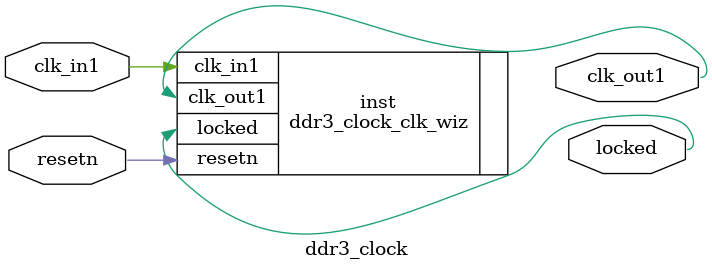
<source format=v>


`timescale 1ps/1ps

(* CORE_GENERATION_INFO = "ddr3_clock,clk_wiz_v6_0_15_0_0,{component_name=ddr3_clock,use_phase_alignment=true,use_min_o_jitter=false,use_max_i_jitter=false,use_dyn_phase_shift=false,use_inclk_switchover=false,use_dyn_reconfig=false,enable_axi=0,feedback_source=FDBK_AUTO,PRIMITIVE=MMCM,num_out_clk=1,clkin1_period=20.000,clkin2_period=10.0,use_power_down=false,use_reset=true,use_locked=true,use_inclk_stopped=false,feedback_type=SINGLE,CLOCK_MGR_TYPE=NA,manual_override=false}" *)

module ddr3_clock 
 (
  // Clock out ports
  output        clk_out1,
  // Status and control signals
  input         resetn,
  output        locked,
 // Clock in ports
  input         clk_in1
 );

  ddr3_clock_clk_wiz inst
  (
  // Clock out ports  
  .clk_out1(clk_out1),
  // Status and control signals               
  .resetn(resetn), 
  .locked(locked),
 // Clock in ports
  .clk_in1(clk_in1)
  );

endmodule

</source>
